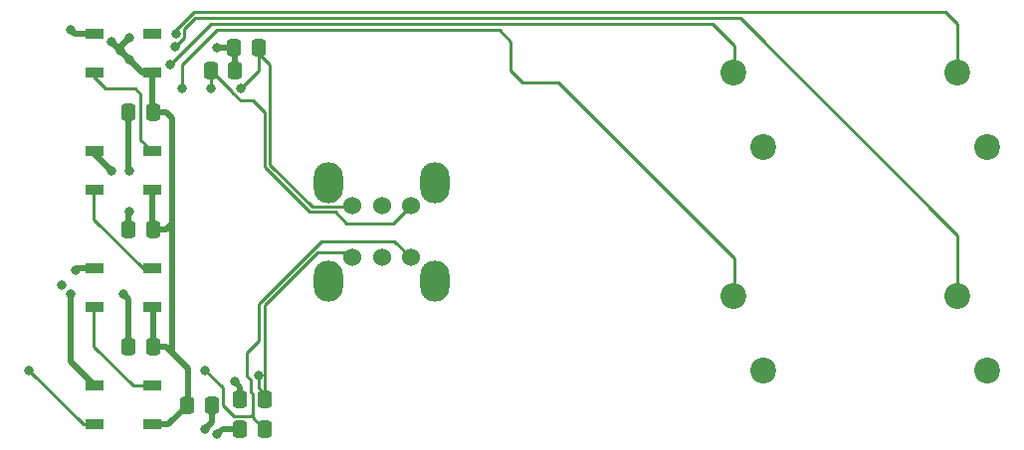
<source format=gtl>
G04 #@! TF.GenerationSoftware,KiCad,Pcbnew,8.0.7*
G04 #@! TF.CreationDate,2025-07-02T20:48:29-04:00*
G04 #@! TF.ProjectId,ESP32_laptop-midi,45535033-325f-46c6-9170-746f702d6d69,rev?*
G04 #@! TF.SameCoordinates,Original*
G04 #@! TF.FileFunction,Copper,L1,Top*
G04 #@! TF.FilePolarity,Positive*
%FSLAX46Y46*%
G04 Gerber Fmt 4.6, Leading zero omitted, Abs format (unit mm)*
G04 Created by KiCad (PCBNEW 8.0.7) date 2025-07-02 20:48:29*
%MOMM*%
%LPD*%
G01*
G04 APERTURE LIST*
G04 Aperture macros list*
%AMRoundRect*
0 Rectangle with rounded corners*
0 $1 Rounding radius*
0 $2 $3 $4 $5 $6 $7 $8 $9 X,Y pos of 4 corners*
0 Add a 4 corners polygon primitive as box body*
4,1,4,$2,$3,$4,$5,$6,$7,$8,$9,$2,$3,0*
0 Add four circle primitives for the rounded corners*
1,1,$1+$1,$2,$3*
1,1,$1+$1,$4,$5*
1,1,$1+$1,$6,$7*
1,1,$1+$1,$8,$9*
0 Add four rect primitives between the rounded corners*
20,1,$1+$1,$2,$3,$4,$5,0*
20,1,$1+$1,$4,$5,$6,$7,0*
20,1,$1+$1,$6,$7,$8,$9,0*
20,1,$1+$1,$8,$9,$2,$3,0*%
G04 Aperture macros list end*
G04 #@! TA.AperFunction,SMDPad,CuDef*
%ADD10RoundRect,0.090000X0.660000X0.360000X-0.660000X0.360000X-0.660000X-0.360000X0.660000X-0.360000X0*%
G04 #@! TD*
G04 #@! TA.AperFunction,ComponentPad*
%ADD11C,2.200000*%
G04 #@! TD*
G04 #@! TA.AperFunction,SMDPad,CuDef*
%ADD12RoundRect,0.250000X-0.337500X-0.475000X0.337500X-0.475000X0.337500X0.475000X-0.337500X0.475000X0*%
G04 #@! TD*
G04 #@! TA.AperFunction,SMDPad,CuDef*
%ADD13RoundRect,0.250000X0.337500X0.475000X-0.337500X0.475000X-0.337500X-0.475000X0.337500X-0.475000X0*%
G04 #@! TD*
G04 #@! TA.AperFunction,ComponentPad*
%ADD14O,2.500000X3.500000*%
G04 #@! TD*
G04 #@! TA.AperFunction,ComponentPad*
%ADD15C,1.524000*%
G04 #@! TD*
G04 #@! TA.AperFunction,ViaPad*
%ADD16C,0.800000*%
G04 #@! TD*
G04 #@! TA.AperFunction,Conductor*
%ADD17C,0.250000*%
G04 #@! TD*
G04 #@! TA.AperFunction,Conductor*
%ADD18C,0.500000*%
G04 #@! TD*
G04 APERTURE END LIST*
D10*
X167950000Y-37650000D03*
X167950000Y-34350000D03*
X163050000Y-34350000D03*
X163050000Y-37650000D03*
D11*
X220000000Y-34000000D03*
X217460000Y-27650000D03*
D10*
X167950000Y-27650000D03*
X167950000Y-24350000D03*
X163050000Y-24350000D03*
X163050000Y-27650000D03*
D12*
X165962500Y-41000000D03*
X168037500Y-41000000D03*
D11*
X239000000Y-53000000D03*
X236460000Y-46650000D03*
D10*
X167950000Y-47650000D03*
X167950000Y-44350000D03*
X163050000Y-44350000D03*
X163050000Y-47650000D03*
D12*
X165962500Y-51000000D03*
X168037500Y-51000000D03*
D11*
X239000000Y-34000000D03*
X236460000Y-27650000D03*
D12*
X165962500Y-31000000D03*
X168037500Y-31000000D03*
D10*
X167950000Y-57650000D03*
X167950000Y-54350000D03*
X163050000Y-54350000D03*
X163050000Y-57650000D03*
D13*
X173037500Y-56000000D03*
X170962500Y-56000000D03*
D14*
X191999999Y-36999999D03*
X183000001Y-36999999D03*
D15*
X190000000Y-39000000D03*
X185000000Y-39000000D03*
X187500000Y-39000000D03*
D14*
X183000001Y-45406901D03*
X191999999Y-45406901D03*
D15*
X185000000Y-43406900D03*
X190000000Y-43406900D03*
X187500000Y-43406900D03*
D13*
X175037500Y-27500000D03*
X172962500Y-27500000D03*
X177037500Y-25500000D03*
X174962500Y-25500000D03*
X177537500Y-58000000D03*
X175462500Y-58000000D03*
D11*
X220000000Y-53000000D03*
X217460000Y-46650000D03*
D12*
X175462500Y-55500000D03*
X177537500Y-55500000D03*
D16*
X169900153Y-25475153D03*
X165237347Y-25737347D03*
X164500000Y-25000000D03*
X166000000Y-26500000D03*
X166000000Y-24650000D03*
X160250000Y-45750000D03*
X173500000Y-25500000D03*
X166000000Y-39500000D03*
X166000000Y-36000000D03*
X161500000Y-44500000D03*
X172500000Y-58000000D03*
X161000000Y-24000000D03*
X173500000Y-58500000D03*
X161000000Y-46500000D03*
X165500000Y-46500000D03*
X175000000Y-54000000D03*
X164500000Y-36000000D03*
X169500000Y-27000000D03*
X170500000Y-29000000D03*
X170000000Y-24350000D03*
X157500000Y-53000000D03*
X173000000Y-29000000D03*
X172500000Y-53000000D03*
X175500000Y-29000000D03*
X177000000Y-53500000D03*
D17*
X236500000Y-41500000D02*
X236500000Y-46500000D01*
X170725000Y-24650306D02*
X170725000Y-23911396D01*
X169900153Y-25475153D02*
X170725000Y-24650306D01*
X170725000Y-23911396D02*
X171636396Y-23000000D01*
X218000000Y-23000000D02*
X236500000Y-41500000D01*
X171636396Y-23000000D02*
X218000000Y-23000000D01*
D18*
X168037500Y-48037500D02*
X168000000Y-48000000D01*
X167950000Y-37650000D02*
X167950000Y-40950000D01*
X168037500Y-31000000D02*
X169150000Y-31000000D01*
X169650000Y-51500000D02*
X169650000Y-40500000D01*
X169150000Y-31000000D02*
X169650000Y-31500000D01*
X167950000Y-30950000D02*
X168000000Y-31000000D01*
X171000000Y-52850000D02*
X169650000Y-51500000D01*
X167950000Y-27650000D02*
X167150000Y-27650000D01*
X165237347Y-25412653D02*
X166000000Y-24650000D01*
X167950000Y-27650000D02*
X167950000Y-30950000D01*
X168000000Y-48000000D02*
X168000000Y-47500000D01*
X167950000Y-57650000D02*
X169350000Y-57650000D01*
X169150000Y-51000000D02*
X169650000Y-51500000D01*
X169350000Y-57650000D02*
X171000000Y-56000000D01*
X164500000Y-25000000D02*
X165237347Y-25737347D01*
X165237347Y-25737347D02*
X165237347Y-25412653D01*
X168037500Y-51000000D02*
X168037500Y-48037500D01*
X167950000Y-40950000D02*
X168000000Y-41000000D01*
X167150000Y-27650000D02*
X165237347Y-25737347D01*
X169150000Y-41000000D02*
X169650000Y-40500000D01*
X169650000Y-40500000D02*
X169650000Y-31500000D01*
X171000000Y-56000000D02*
X171000000Y-52850000D01*
X168037500Y-51000000D02*
X169150000Y-51000000D01*
X168037500Y-41000000D02*
X169150000Y-41000000D01*
X161350000Y-24350000D02*
X161000000Y-24000000D01*
X175462500Y-55500000D02*
X175462500Y-54462500D01*
X165962500Y-31000000D02*
X165962500Y-35962500D01*
X165962500Y-41000000D02*
X165962500Y-39537500D01*
X175462500Y-54462500D02*
X175000000Y-54000000D01*
X165962500Y-39537500D02*
X166000000Y-39500000D01*
X175000000Y-25500000D02*
X173500000Y-25500000D01*
X161000000Y-52300000D02*
X161000000Y-46500000D01*
X163050000Y-54350000D02*
X161000000Y-52300000D01*
X187500000Y-39000000D02*
X187500000Y-39500000D01*
X175037500Y-25537500D02*
X175000000Y-25500000D01*
X173037500Y-56000000D02*
X173037500Y-57462500D01*
X163050000Y-34550000D02*
X164500000Y-36000000D01*
X165962500Y-35962500D02*
X166000000Y-36000000D01*
X163050000Y-24350000D02*
X161350000Y-24350000D01*
X173037500Y-57462500D02*
X172500000Y-58000000D01*
X165962500Y-51000000D02*
X165962500Y-46962500D01*
X165962500Y-46962500D02*
X165500000Y-46500000D01*
X161650000Y-44350000D02*
X161500000Y-44500000D01*
X175462500Y-58000000D02*
X174000000Y-58000000D01*
X163050000Y-34350000D02*
X163050000Y-34550000D01*
X163050000Y-44350000D02*
X161650000Y-44350000D01*
X174000000Y-58000000D02*
X173500000Y-58500000D01*
X175037500Y-27500000D02*
X175037500Y-25537500D01*
D17*
X217500000Y-25363794D02*
X217500000Y-28000000D01*
X215636206Y-23500000D02*
X217500000Y-25363794D01*
X169500000Y-27000000D02*
X173000000Y-23500000D01*
X173000000Y-23500000D02*
X215636206Y-23500000D01*
X170500000Y-29000000D02*
X170500000Y-27000000D01*
X202500000Y-28500000D02*
X217500000Y-43500000D01*
X170500000Y-27000000D02*
X173500000Y-24000000D01*
X198500000Y-27500000D02*
X199500000Y-28500000D01*
X199500000Y-28500000D02*
X202500000Y-28500000D01*
X198500000Y-25000000D02*
X198500000Y-27500000D01*
X217500000Y-43500000D02*
X217500000Y-46500000D01*
X173500000Y-24000000D02*
X197500000Y-24000000D01*
X197500000Y-24000000D02*
X198500000Y-25000000D01*
X235500000Y-22500000D02*
X236500000Y-23500000D01*
X236500000Y-23500000D02*
X236500000Y-27500000D01*
X171500000Y-22500000D02*
X235500000Y-22500000D01*
X170000000Y-24000000D02*
X171500000Y-22500000D01*
X170000000Y-24350000D02*
X170000000Y-24000000D01*
X163050000Y-57650000D02*
X162150000Y-57650000D01*
X162150000Y-57650000D02*
X157500000Y-53000000D01*
X167950000Y-54350000D02*
X166350000Y-54350000D01*
X163000000Y-51000000D02*
X163000000Y-47500000D01*
X166350000Y-54350000D02*
X163000000Y-51000000D01*
X163000000Y-40149999D02*
X163000000Y-39500000D01*
X163000000Y-39500000D02*
X163000000Y-37500000D01*
X167950000Y-44350000D02*
X167200001Y-44350000D01*
X167200001Y-44350000D02*
X163000000Y-40149999D01*
X163670100Y-37500000D02*
X163000000Y-37500000D01*
X167000000Y-33400000D02*
X167000000Y-29500000D01*
X167950000Y-34350000D02*
X167000000Y-33400000D01*
X167000000Y-29500000D02*
X166500000Y-29000000D01*
X164000000Y-29000000D02*
X163000000Y-28000000D01*
X166500000Y-29000000D02*
X164000000Y-29000000D01*
X188500000Y-40500000D02*
X190000000Y-39000000D01*
X176500000Y-30000000D02*
X177550000Y-31050000D01*
X175474695Y-30000000D02*
X176500000Y-30000000D01*
X172962500Y-27500000D02*
X173000000Y-27500000D01*
X177550000Y-31050000D02*
X177550000Y-35686396D01*
X173000000Y-27500000D02*
X174775000Y-29275000D01*
X173000000Y-29000000D02*
X173000000Y-27500000D01*
X174775000Y-29275000D02*
X174775000Y-29300305D01*
X174775000Y-29300305D02*
X175474695Y-30000000D01*
X183524999Y-39524999D02*
X184500000Y-40500000D01*
X184500000Y-40500000D02*
X188500000Y-40500000D01*
X181388603Y-39524999D02*
X183524999Y-39524999D01*
X177550000Y-35686396D02*
X181388603Y-39524999D01*
X176375000Y-54875000D02*
X176500000Y-55000000D01*
X188593100Y-42000000D02*
X182363604Y-42000000D01*
X174950000Y-56950000D02*
X176300000Y-56950000D01*
X176000000Y-51500000D02*
X176000000Y-53500000D01*
X176500000Y-57000000D02*
X176500000Y-56750000D01*
X174000000Y-54500000D02*
X174000000Y-56000000D01*
X176300000Y-56950000D02*
X176500000Y-56750000D01*
X174000000Y-56000000D02*
X174950000Y-56950000D01*
X177000000Y-50500000D02*
X176000000Y-51500000D01*
X176375000Y-53875000D02*
X176375000Y-54875000D01*
X176500000Y-55000000D02*
X176500000Y-56750000D01*
X172500000Y-53000000D02*
X174000000Y-54500000D01*
X182363604Y-42000000D02*
X177000000Y-47363604D01*
X176000000Y-53500000D02*
X176375000Y-53875000D01*
X177500000Y-58000000D02*
X176500000Y-57000000D01*
X177000000Y-47363604D02*
X177000000Y-50500000D01*
X190000000Y-43406900D02*
X188593100Y-42000000D01*
X178000000Y-35500000D02*
X181574999Y-39074999D01*
X177000000Y-27500000D02*
X177000000Y-25500000D01*
X178000000Y-27000000D02*
X178000000Y-35500000D01*
X177037500Y-26037500D02*
X178000000Y-27000000D01*
X184925001Y-39074999D02*
X185000000Y-39000000D01*
X177037500Y-25500000D02*
X177037500Y-26037500D01*
X181574999Y-39074999D02*
X184925001Y-39074999D01*
X175500000Y-29000000D02*
X177000000Y-27500000D01*
X184500000Y-43000000D02*
X185000000Y-43500000D01*
X177537500Y-55500000D02*
X177537500Y-47462500D01*
X182000000Y-43000000D02*
X184500000Y-43000000D01*
X177537500Y-47462500D02*
X182000000Y-43000000D01*
X177000000Y-54500000D02*
X177500000Y-55000000D01*
X177000000Y-53500000D02*
X177000000Y-54500000D01*
M02*

</source>
